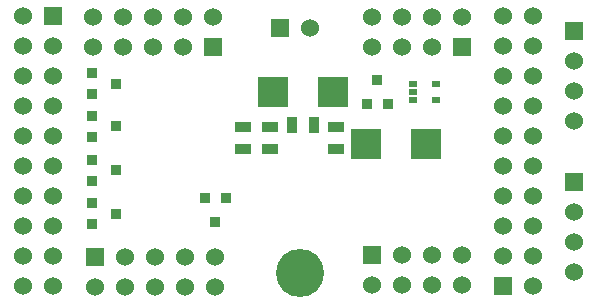
<source format=gts>
G04 (created by PCBNEW (2013-may-18)-stable) date Сб 14 ноя 2015 13:08:16*
%MOIN*%
G04 Gerber Fmt 3.4, Leading zero omitted, Abs format*
%FSLAX34Y34*%
G01*
G70*
G90*
G04 APERTURE LIST*
%ADD10C,0.00590551*%
%ADD11R,0.036X0.036*%
%ADD12R,0.055X0.035*%
%ADD13R,0.035X0.055*%
%ADD14R,0.06X0.06*%
%ADD15C,0.06*%
%ADD16R,0.1004X0.0984*%
%ADD17C,0.16*%
%ADD18R,0.0315X0.0197*%
G04 APERTURE END LIST*
G54D10*
G54D11*
X27592Y-24247D03*
X27592Y-23547D03*
X28392Y-23897D03*
X37436Y-21699D03*
X36736Y-21699D03*
X37086Y-20899D03*
X27592Y-22790D03*
X27592Y-22090D03*
X28392Y-22440D03*
X27592Y-25704D03*
X27592Y-25004D03*
X28392Y-25354D03*
X31342Y-24836D03*
X32042Y-24836D03*
X31692Y-25636D03*
X27592Y-21373D03*
X27592Y-20673D03*
X28392Y-21023D03*
G54D12*
X33503Y-22459D03*
X33503Y-23209D03*
X35708Y-22459D03*
X35708Y-23209D03*
G54D13*
X34981Y-22401D03*
X34231Y-22401D03*
G54D14*
X31606Y-19791D03*
G54D15*
X31606Y-18791D03*
X30606Y-19791D03*
X30606Y-18791D03*
X29606Y-19791D03*
X29606Y-18791D03*
X28606Y-19791D03*
X28606Y-18791D03*
X27606Y-19791D03*
X27606Y-18791D03*
G54D14*
X27685Y-26783D03*
G54D15*
X27685Y-27783D03*
X28685Y-26783D03*
X28685Y-27783D03*
X29685Y-26783D03*
X29685Y-27783D03*
X30685Y-26783D03*
X30685Y-27783D03*
X31685Y-26783D03*
X31685Y-27783D03*
G54D14*
X36925Y-26744D03*
G54D15*
X36925Y-27744D03*
X37925Y-26744D03*
X37925Y-27744D03*
X38925Y-26744D03*
X38925Y-27744D03*
X39925Y-26744D03*
X39925Y-27744D03*
G54D14*
X39925Y-19791D03*
G54D15*
X39925Y-18791D03*
X38925Y-19791D03*
X38925Y-18791D03*
X37925Y-19791D03*
X37925Y-18791D03*
X36925Y-19791D03*
X36925Y-18791D03*
G54D14*
X43661Y-19248D03*
G54D15*
X43661Y-20248D03*
X43661Y-21248D03*
X43661Y-22248D03*
G54D14*
X33830Y-19173D03*
G54D15*
X34830Y-19173D03*
G54D14*
X41287Y-27767D03*
G54D15*
X42287Y-27767D03*
X41287Y-26767D03*
X42287Y-26767D03*
X41287Y-25767D03*
X42287Y-25767D03*
X41287Y-24767D03*
X42287Y-24767D03*
X41287Y-23767D03*
X42287Y-23767D03*
X41287Y-22767D03*
X42287Y-22767D03*
X41287Y-21767D03*
X42287Y-21767D03*
X41287Y-20767D03*
X42287Y-20767D03*
X41287Y-19767D03*
X42287Y-19767D03*
X41287Y-18767D03*
X42287Y-18767D03*
G54D14*
X26287Y-18767D03*
G54D15*
X25287Y-18767D03*
X26287Y-19767D03*
X25287Y-19767D03*
X26287Y-20767D03*
X25287Y-20767D03*
X26287Y-21767D03*
X25287Y-21767D03*
X26287Y-22767D03*
X25287Y-22767D03*
X26287Y-23767D03*
X25287Y-23767D03*
X26287Y-24767D03*
X25287Y-24767D03*
X26287Y-25767D03*
X25287Y-25767D03*
X26287Y-26767D03*
X25287Y-26767D03*
X26287Y-27767D03*
X25287Y-27767D03*
G54D16*
X35600Y-21299D03*
X33612Y-21299D03*
X38710Y-23031D03*
X36722Y-23031D03*
G54D12*
X32598Y-22459D03*
X32598Y-23209D03*
G54D17*
X34527Y-27322D03*
G54D18*
X38267Y-21043D03*
X38267Y-21555D03*
X38267Y-21299D03*
X39055Y-21555D03*
X39055Y-21043D03*
G54D14*
X43661Y-24287D03*
G54D15*
X43661Y-25287D03*
X43661Y-26287D03*
X43661Y-27287D03*
M02*

</source>
